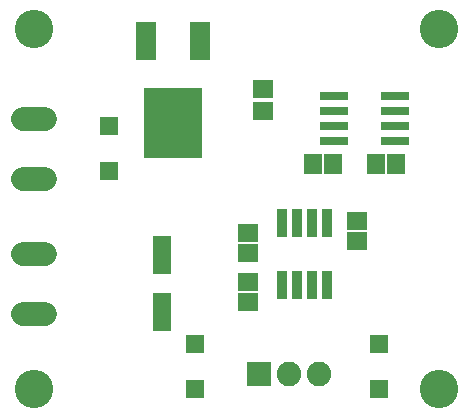
<source format=gts>
G75*
%MOIN*%
%OFA0B0*%
%FSLAX25Y25*%
%IPPOS*%
%LPD*%
%AMOC8*
5,1,8,0,0,1.08239X$1,22.5*
%
%ADD10C,0.08080*%
%ADD11R,0.06312X0.12611*%
%ADD12R,0.06312X0.06312*%
%ADD13R,0.07099X0.12611*%
%ADD14R,0.19800X0.23300*%
%ADD15R,0.07099X0.05918*%
%ADD16C,0.12800*%
%ADD17R,0.03200X0.09500*%
%ADD18R,0.08200X0.08200*%
%ADD19C,0.08200*%
%ADD20R,0.06706X0.05918*%
%ADD21R,0.09461X0.03162*%
%ADD22R,0.05918X0.06706*%
D10*
X0050293Y0057371D02*
X0057573Y0057371D01*
X0057573Y0077171D02*
X0050293Y0077171D01*
X0050293Y0102371D02*
X0057573Y0102371D01*
X0057573Y0122171D02*
X0050293Y0122171D01*
D11*
X0096433Y0076720D03*
X0096433Y0057823D03*
D12*
X0107683Y0047252D03*
X0107683Y0032291D03*
X0168933Y0032291D03*
X0168933Y0047252D03*
X0078933Y0104791D03*
X0078933Y0119752D03*
D13*
X0091207Y0148177D03*
X0109159Y0148177D03*
D14*
X0100183Y0121019D03*
D15*
X0130183Y0124781D03*
X0130183Y0132262D03*
D16*
X0053933Y0032271D03*
X0053933Y0152271D03*
X0188933Y0152271D03*
X0188933Y0032271D03*
D17*
X0151433Y0066971D03*
X0146433Y0066971D03*
X0141433Y0066971D03*
X0136433Y0066971D03*
X0136433Y0087571D03*
X0141433Y0087571D03*
X0146433Y0087571D03*
X0151433Y0087571D03*
D18*
X0128933Y0037212D03*
D19*
X0138933Y0037212D03*
X0148933Y0037212D03*
D20*
X0125183Y0061175D03*
X0125183Y0067868D03*
X0125183Y0077675D03*
X0125183Y0084368D03*
X0161433Y0081425D03*
X0161433Y0088118D03*
D21*
X0153697Y0114771D03*
X0153697Y0119771D03*
X0153697Y0124771D03*
X0153697Y0129771D03*
X0174169Y0129771D03*
X0174169Y0124771D03*
X0174169Y0119771D03*
X0174169Y0114771D03*
D22*
X0174530Y0107271D03*
X0167837Y0107271D03*
X0153530Y0107271D03*
X0146837Y0107271D03*
M02*

</source>
